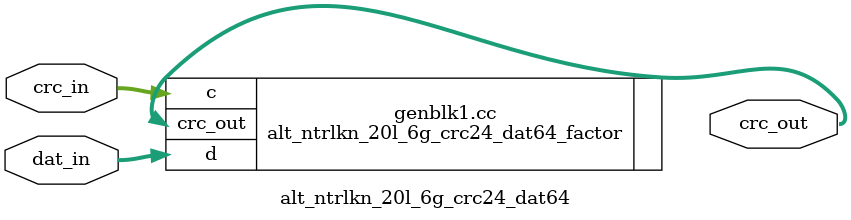
<source format=v>


`timescale 1 ps / 1 ps


module alt_ntrlkn_20l_6g_crc24_dat64 (
	input[23:0] crc_in,
	input[63:0] dat_in,
	output[23:0] crc_out
);

parameter METHOD = 1;

generate
  if (METHOD == 0)
    alt_ntrlkn_20l_6g_crc24_dat64_flat cc (.c(crc_in),.d(dat_in),.crc_out(crc_out));
  else
    alt_ntrlkn_20l_6g_crc24_dat64_factor cc (.c(crc_in),.d(dat_in),.crc_out(crc_out));
endgenerate

endmodule

</source>
